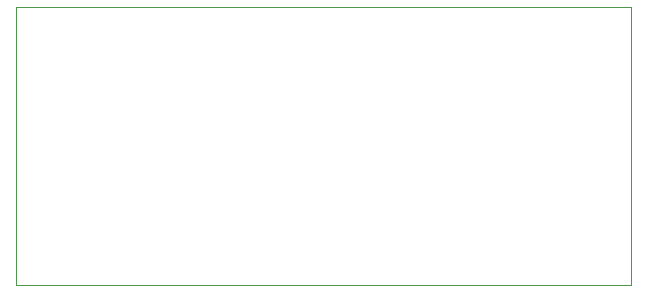
<source format=gbr>
G04 #@! TF.FileFunction,Profile,NP*
%FSLAX46Y46*%
G04 Gerber Fmt 4.6, Leading zero omitted, Abs format (unit mm)*
G04 Created by KiCad (PCBNEW 4.0.3-stable) date 10/04/17 18:30:17*
%MOMM*%
%LPD*%
G01*
G04 APERTURE LIST*
%ADD10C,0.152400*%
%ADD11C,0.025400*%
G04 APERTURE END LIST*
D10*
D11*
X200025000Y-81915000D02*
X147955000Y-81915000D01*
X200025000Y-105410000D02*
X200025000Y-81915000D01*
X147955000Y-105410000D02*
X200025000Y-105410000D01*
X147955000Y-81915000D02*
X147955000Y-105410000D01*
M02*

</source>
